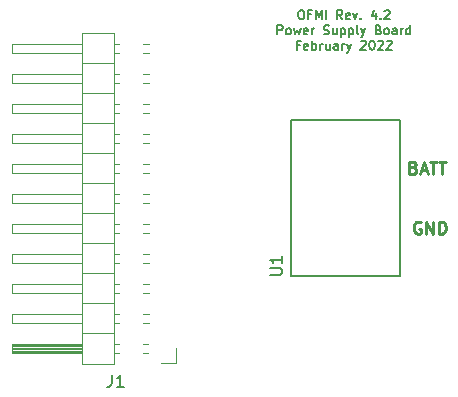
<source format=gbr>
G04 #@! TF.GenerationSoftware,KiCad,Pcbnew,(5.1.12)-1*
G04 #@! TF.CreationDate,2022-02-08T13:08:19-06:00*
G04 #@! TF.ProjectId,power_supply_board,706f7765-725f-4737-9570-706c795f626f,4.2*
G04 #@! TF.SameCoordinates,Original*
G04 #@! TF.FileFunction,Legend,Top*
G04 #@! TF.FilePolarity,Positive*
%FSLAX46Y46*%
G04 Gerber Fmt 4.6, Leading zero omitted, Abs format (unit mm)*
G04 Created by KiCad (PCBNEW (5.1.12)-1) date 2022-02-08 13:08:19*
%MOMM*%
%LPD*%
G01*
G04 APERTURE LIST*
%ADD10C,0.254000*%
%ADD11C,0.149860*%
%ADD12C,0.120000*%
%ADD13C,0.150000*%
G04 APERTURE END LIST*
D10*
X152431447Y-112957428D02*
X152576590Y-113005809D01*
X152624971Y-113054190D01*
X152673352Y-113150952D01*
X152673352Y-113296095D01*
X152624971Y-113392857D01*
X152576590Y-113441238D01*
X152479828Y-113489619D01*
X152092780Y-113489619D01*
X152092780Y-112473619D01*
X152431447Y-112473619D01*
X152528209Y-112522000D01*
X152576590Y-112570380D01*
X152624971Y-112667142D01*
X152624971Y-112763904D01*
X152576590Y-112860666D01*
X152528209Y-112909047D01*
X152431447Y-112957428D01*
X152092780Y-112957428D01*
X153060400Y-113199333D02*
X153544209Y-113199333D01*
X152963638Y-113489619D02*
X153302304Y-112473619D01*
X153640971Y-113489619D01*
X153834495Y-112473619D02*
X154415066Y-112473619D01*
X154124780Y-113489619D02*
X154124780Y-112473619D01*
X154608590Y-112473619D02*
X155189161Y-112473619D01*
X154898876Y-113489619D02*
X154898876Y-112473619D01*
X153048304Y-117602000D02*
X152951542Y-117553619D01*
X152806400Y-117553619D01*
X152661257Y-117602000D01*
X152564495Y-117698761D01*
X152516114Y-117795523D01*
X152467733Y-117989047D01*
X152467733Y-118134190D01*
X152516114Y-118327714D01*
X152564495Y-118424476D01*
X152661257Y-118521238D01*
X152806400Y-118569619D01*
X152903161Y-118569619D01*
X153048304Y-118521238D01*
X153096685Y-118472857D01*
X153096685Y-118134190D01*
X152903161Y-118134190D01*
X153532114Y-118569619D02*
X153532114Y-117553619D01*
X154112685Y-118569619D01*
X154112685Y-117553619D01*
X154596495Y-118569619D02*
X154596495Y-117553619D01*
X154838400Y-117553619D01*
X154983542Y-117602000D01*
X155080304Y-117698761D01*
X155128685Y-117795523D01*
X155177066Y-117989047D01*
X155177066Y-118134190D01*
X155128685Y-118327714D01*
X155080304Y-118424476D01*
X154983542Y-118521238D01*
X154838400Y-118569619D01*
X154596495Y-118569619D01*
D11*
X142875000Y-99635854D02*
X143020142Y-99635854D01*
X143092714Y-99672140D01*
X143165285Y-99744711D01*
X143201571Y-99889854D01*
X143201571Y-100143854D01*
X143165285Y-100288997D01*
X143092714Y-100361568D01*
X143020142Y-100397854D01*
X142875000Y-100397854D01*
X142802428Y-100361568D01*
X142729857Y-100288997D01*
X142693571Y-100143854D01*
X142693571Y-99889854D01*
X142729857Y-99744711D01*
X142802428Y-99672140D01*
X142875000Y-99635854D01*
X143782142Y-99998711D02*
X143528142Y-99998711D01*
X143528142Y-100397854D02*
X143528142Y-99635854D01*
X143891000Y-99635854D01*
X144181285Y-100397854D02*
X144181285Y-99635854D01*
X144435285Y-100180140D01*
X144689285Y-99635854D01*
X144689285Y-100397854D01*
X145052142Y-100397854D02*
X145052142Y-99635854D01*
X146431000Y-100397854D02*
X146177000Y-100034997D01*
X145995571Y-100397854D02*
X145995571Y-99635854D01*
X146285857Y-99635854D01*
X146358428Y-99672140D01*
X146394714Y-99708425D01*
X146431000Y-99780997D01*
X146431000Y-99889854D01*
X146394714Y-99962425D01*
X146358428Y-99998711D01*
X146285857Y-100034997D01*
X145995571Y-100034997D01*
X147047857Y-100361568D02*
X146975285Y-100397854D01*
X146830142Y-100397854D01*
X146757571Y-100361568D01*
X146721285Y-100288997D01*
X146721285Y-99998711D01*
X146757571Y-99926140D01*
X146830142Y-99889854D01*
X146975285Y-99889854D01*
X147047857Y-99926140D01*
X147084142Y-99998711D01*
X147084142Y-100071282D01*
X146721285Y-100143854D01*
X147338142Y-99889854D02*
X147519571Y-100397854D01*
X147701000Y-99889854D01*
X147991285Y-100325282D02*
X148027571Y-100361568D01*
X147991285Y-100397854D01*
X147955000Y-100361568D01*
X147991285Y-100325282D01*
X147991285Y-100397854D01*
X149261285Y-99889854D02*
X149261285Y-100397854D01*
X149079857Y-99599568D02*
X148898428Y-100143854D01*
X149370142Y-100143854D01*
X149660428Y-100325282D02*
X149696714Y-100361568D01*
X149660428Y-100397854D01*
X149624142Y-100361568D01*
X149660428Y-100325282D01*
X149660428Y-100397854D01*
X149987000Y-99708425D02*
X150023285Y-99672140D01*
X150095857Y-99635854D01*
X150277285Y-99635854D01*
X150349857Y-99672140D01*
X150386142Y-99708425D01*
X150422428Y-99780997D01*
X150422428Y-99853568D01*
X150386142Y-99962425D01*
X149950714Y-100397854D01*
X150422428Y-100397854D01*
X140933714Y-101690714D02*
X140933714Y-100928714D01*
X141224000Y-100928714D01*
X141296571Y-100965000D01*
X141332857Y-101001285D01*
X141369142Y-101073857D01*
X141369142Y-101182714D01*
X141332857Y-101255285D01*
X141296571Y-101291571D01*
X141224000Y-101327857D01*
X140933714Y-101327857D01*
X141804571Y-101690714D02*
X141732000Y-101654428D01*
X141695714Y-101618142D01*
X141659428Y-101545571D01*
X141659428Y-101327857D01*
X141695714Y-101255285D01*
X141732000Y-101219000D01*
X141804571Y-101182714D01*
X141913428Y-101182714D01*
X141986000Y-101219000D01*
X142022285Y-101255285D01*
X142058571Y-101327857D01*
X142058571Y-101545571D01*
X142022285Y-101618142D01*
X141986000Y-101654428D01*
X141913428Y-101690714D01*
X141804571Y-101690714D01*
X142312571Y-101182714D02*
X142457714Y-101690714D01*
X142602857Y-101327857D01*
X142748000Y-101690714D01*
X142893142Y-101182714D01*
X143473714Y-101654428D02*
X143401142Y-101690714D01*
X143256000Y-101690714D01*
X143183428Y-101654428D01*
X143147142Y-101581857D01*
X143147142Y-101291571D01*
X143183428Y-101219000D01*
X143256000Y-101182714D01*
X143401142Y-101182714D01*
X143473714Y-101219000D01*
X143510000Y-101291571D01*
X143510000Y-101364142D01*
X143147142Y-101436714D01*
X143836571Y-101690714D02*
X143836571Y-101182714D01*
X143836571Y-101327857D02*
X143872857Y-101255285D01*
X143909142Y-101219000D01*
X143981714Y-101182714D01*
X144054285Y-101182714D01*
X144852571Y-101654428D02*
X144961428Y-101690714D01*
X145142857Y-101690714D01*
X145215428Y-101654428D01*
X145251714Y-101618142D01*
X145288000Y-101545571D01*
X145288000Y-101473000D01*
X145251714Y-101400428D01*
X145215428Y-101364142D01*
X145142857Y-101327857D01*
X144997714Y-101291571D01*
X144925142Y-101255285D01*
X144888857Y-101219000D01*
X144852571Y-101146428D01*
X144852571Y-101073857D01*
X144888857Y-101001285D01*
X144925142Y-100965000D01*
X144997714Y-100928714D01*
X145179142Y-100928714D01*
X145288000Y-100965000D01*
X145941142Y-101182714D02*
X145941142Y-101690714D01*
X145614571Y-101182714D02*
X145614571Y-101581857D01*
X145650857Y-101654428D01*
X145723428Y-101690714D01*
X145832285Y-101690714D01*
X145904857Y-101654428D01*
X145941142Y-101618142D01*
X146304000Y-101182714D02*
X146304000Y-101944714D01*
X146304000Y-101219000D02*
X146376571Y-101182714D01*
X146521714Y-101182714D01*
X146594285Y-101219000D01*
X146630571Y-101255285D01*
X146666857Y-101327857D01*
X146666857Y-101545571D01*
X146630571Y-101618142D01*
X146594285Y-101654428D01*
X146521714Y-101690714D01*
X146376571Y-101690714D01*
X146304000Y-101654428D01*
X146993428Y-101182714D02*
X146993428Y-101944714D01*
X146993428Y-101219000D02*
X147066000Y-101182714D01*
X147211142Y-101182714D01*
X147283714Y-101219000D01*
X147320000Y-101255285D01*
X147356285Y-101327857D01*
X147356285Y-101545571D01*
X147320000Y-101618142D01*
X147283714Y-101654428D01*
X147211142Y-101690714D01*
X147066000Y-101690714D01*
X146993428Y-101654428D01*
X147791714Y-101690714D02*
X147719142Y-101654428D01*
X147682857Y-101581857D01*
X147682857Y-100928714D01*
X148009428Y-101182714D02*
X148190857Y-101690714D01*
X148372285Y-101182714D02*
X148190857Y-101690714D01*
X148118285Y-101872142D01*
X148082000Y-101908428D01*
X148009428Y-101944714D01*
X149497142Y-101291571D02*
X149606000Y-101327857D01*
X149642285Y-101364142D01*
X149678571Y-101436714D01*
X149678571Y-101545571D01*
X149642285Y-101618142D01*
X149606000Y-101654428D01*
X149533428Y-101690714D01*
X149243142Y-101690714D01*
X149243142Y-100928714D01*
X149497142Y-100928714D01*
X149569714Y-100965000D01*
X149606000Y-101001285D01*
X149642285Y-101073857D01*
X149642285Y-101146428D01*
X149606000Y-101219000D01*
X149569714Y-101255285D01*
X149497142Y-101291571D01*
X149243142Y-101291571D01*
X150114000Y-101690714D02*
X150041428Y-101654428D01*
X150005142Y-101618142D01*
X149968857Y-101545571D01*
X149968857Y-101327857D01*
X150005142Y-101255285D01*
X150041428Y-101219000D01*
X150114000Y-101182714D01*
X150222857Y-101182714D01*
X150295428Y-101219000D01*
X150331714Y-101255285D01*
X150368000Y-101327857D01*
X150368000Y-101545571D01*
X150331714Y-101618142D01*
X150295428Y-101654428D01*
X150222857Y-101690714D01*
X150114000Y-101690714D01*
X151021142Y-101690714D02*
X151021142Y-101291571D01*
X150984857Y-101219000D01*
X150912285Y-101182714D01*
X150767142Y-101182714D01*
X150694571Y-101219000D01*
X151021142Y-101654428D02*
X150948571Y-101690714D01*
X150767142Y-101690714D01*
X150694571Y-101654428D01*
X150658285Y-101581857D01*
X150658285Y-101509285D01*
X150694571Y-101436714D01*
X150767142Y-101400428D01*
X150948571Y-101400428D01*
X151021142Y-101364142D01*
X151383999Y-101690714D02*
X151383999Y-101182714D01*
X151383999Y-101327857D02*
X151420285Y-101255285D01*
X151456571Y-101219000D01*
X151529142Y-101182714D01*
X151601714Y-101182714D01*
X152182285Y-101690714D02*
X152182285Y-100928714D01*
X152182285Y-101654428D02*
X152109714Y-101690714D01*
X151964571Y-101690714D01*
X151891999Y-101654428D01*
X151855714Y-101618142D01*
X151819428Y-101545571D01*
X151819428Y-101327857D01*
X151855714Y-101255285D01*
X151891999Y-101219000D01*
X151964571Y-101182714D01*
X152109714Y-101182714D01*
X152182285Y-101219000D01*
X142802428Y-102584431D02*
X142548428Y-102584431D01*
X142548428Y-102983574D02*
X142548428Y-102221574D01*
X142911285Y-102221574D01*
X143491857Y-102947288D02*
X143419285Y-102983574D01*
X143274142Y-102983574D01*
X143201571Y-102947288D01*
X143165285Y-102874717D01*
X143165285Y-102584431D01*
X143201571Y-102511860D01*
X143274142Y-102475574D01*
X143419285Y-102475574D01*
X143491857Y-102511860D01*
X143528142Y-102584431D01*
X143528142Y-102657002D01*
X143165285Y-102729574D01*
X143854714Y-102983574D02*
X143854714Y-102221574D01*
X143854714Y-102511860D02*
X143927285Y-102475574D01*
X144072428Y-102475574D01*
X144145000Y-102511860D01*
X144181285Y-102548145D01*
X144217571Y-102620717D01*
X144217571Y-102838431D01*
X144181285Y-102911002D01*
X144145000Y-102947288D01*
X144072428Y-102983574D01*
X143927285Y-102983574D01*
X143854714Y-102947288D01*
X144544142Y-102983574D02*
X144544142Y-102475574D01*
X144544142Y-102620717D02*
X144580428Y-102548145D01*
X144616714Y-102511860D01*
X144689285Y-102475574D01*
X144761857Y-102475574D01*
X145342428Y-102475574D02*
X145342428Y-102983574D01*
X145015857Y-102475574D02*
X145015857Y-102874717D01*
X145052142Y-102947288D01*
X145124714Y-102983574D01*
X145233571Y-102983574D01*
X145306142Y-102947288D01*
X145342428Y-102911002D01*
X146031857Y-102983574D02*
X146031857Y-102584431D01*
X145995571Y-102511860D01*
X145923000Y-102475574D01*
X145777857Y-102475574D01*
X145705285Y-102511860D01*
X146031857Y-102947288D02*
X145959285Y-102983574D01*
X145777857Y-102983574D01*
X145705285Y-102947288D01*
X145669000Y-102874717D01*
X145669000Y-102802145D01*
X145705285Y-102729574D01*
X145777857Y-102693288D01*
X145959285Y-102693288D01*
X146031857Y-102657002D01*
X146394714Y-102983574D02*
X146394714Y-102475574D01*
X146394714Y-102620717D02*
X146431000Y-102548145D01*
X146467285Y-102511860D01*
X146539857Y-102475574D01*
X146612428Y-102475574D01*
X146793857Y-102475574D02*
X146975285Y-102983574D01*
X147156714Y-102475574D02*
X146975285Y-102983574D01*
X146902714Y-103165002D01*
X146866428Y-103201288D01*
X146793857Y-103237574D01*
X147991285Y-102294145D02*
X148027571Y-102257860D01*
X148100142Y-102221574D01*
X148281571Y-102221574D01*
X148354142Y-102257860D01*
X148390428Y-102294145D01*
X148426714Y-102366717D01*
X148426714Y-102439288D01*
X148390428Y-102548145D01*
X147955000Y-102983574D01*
X148426714Y-102983574D01*
X148898428Y-102221574D02*
X148971000Y-102221574D01*
X149043571Y-102257860D01*
X149079857Y-102294145D01*
X149116142Y-102366717D01*
X149152428Y-102511860D01*
X149152428Y-102693288D01*
X149116142Y-102838431D01*
X149079857Y-102911002D01*
X149043571Y-102947288D01*
X148971000Y-102983574D01*
X148898428Y-102983574D01*
X148825857Y-102947288D01*
X148789571Y-102911002D01*
X148753285Y-102838431D01*
X148717000Y-102693288D01*
X148717000Y-102511860D01*
X148753285Y-102366717D01*
X148789571Y-102294145D01*
X148825857Y-102257860D01*
X148898428Y-102221574D01*
X149442714Y-102294145D02*
X149479000Y-102257860D01*
X149551571Y-102221574D01*
X149733000Y-102221574D01*
X149805571Y-102257860D01*
X149841857Y-102294145D01*
X149878142Y-102366717D01*
X149878142Y-102439288D01*
X149841857Y-102548145D01*
X149406428Y-102983574D01*
X149878142Y-102983574D01*
X150168428Y-102294145D02*
X150204714Y-102257860D01*
X150277285Y-102221574D01*
X150458714Y-102221574D01*
X150531285Y-102257860D01*
X150567571Y-102294145D01*
X150603857Y-102366717D01*
X150603857Y-102439288D01*
X150567571Y-102548145D01*
X150132142Y-102983574D01*
X150603857Y-102983574D01*
D12*
X127084000Y-129600000D02*
X127084000Y-101540000D01*
X127084000Y-101540000D02*
X124424000Y-101540000D01*
X124424000Y-101540000D02*
X124424000Y-129600000D01*
X124424000Y-129600000D02*
X127084000Y-129600000D01*
X124424000Y-128650000D02*
X118424000Y-128650000D01*
X118424000Y-128650000D02*
X118424000Y-127890000D01*
X118424000Y-127890000D02*
X124424000Y-127890000D01*
X124424000Y-128590000D02*
X118424000Y-128590000D01*
X124424000Y-128470000D02*
X118424000Y-128470000D01*
X124424000Y-128350000D02*
X118424000Y-128350000D01*
X124424000Y-128230000D02*
X118424000Y-128230000D01*
X124424000Y-128110000D02*
X118424000Y-128110000D01*
X124424000Y-127990000D02*
X118424000Y-127990000D01*
X127481071Y-128650000D02*
X127084000Y-128650000D01*
X127481071Y-127890000D02*
X127084000Y-127890000D01*
X129954000Y-128650000D02*
X129566929Y-128650000D01*
X129954000Y-127890000D02*
X129566929Y-127890000D01*
X127084000Y-127000000D02*
X124424000Y-127000000D01*
X124424000Y-126110000D02*
X118424000Y-126110000D01*
X118424000Y-126110000D02*
X118424000Y-125350000D01*
X118424000Y-125350000D02*
X124424000Y-125350000D01*
X127481071Y-126110000D02*
X127084000Y-126110000D01*
X127481071Y-125350000D02*
X127084000Y-125350000D01*
X130021071Y-126110000D02*
X129566929Y-126110000D01*
X130021071Y-125350000D02*
X129566929Y-125350000D01*
X127084000Y-124460000D02*
X124424000Y-124460000D01*
X124424000Y-123570000D02*
X118424000Y-123570000D01*
X118424000Y-123570000D02*
X118424000Y-122810000D01*
X118424000Y-122810000D02*
X124424000Y-122810000D01*
X127481071Y-123570000D02*
X127084000Y-123570000D01*
X127481071Y-122810000D02*
X127084000Y-122810000D01*
X130021071Y-123570000D02*
X129566929Y-123570000D01*
X130021071Y-122810000D02*
X129566929Y-122810000D01*
X127084000Y-121920000D02*
X124424000Y-121920000D01*
X124424000Y-121030000D02*
X118424000Y-121030000D01*
X118424000Y-121030000D02*
X118424000Y-120270000D01*
X118424000Y-120270000D02*
X124424000Y-120270000D01*
X127481071Y-121030000D02*
X127084000Y-121030000D01*
X127481071Y-120270000D02*
X127084000Y-120270000D01*
X130021071Y-121030000D02*
X129566929Y-121030000D01*
X130021071Y-120270000D02*
X129566929Y-120270000D01*
X127084000Y-119380000D02*
X124424000Y-119380000D01*
X124424000Y-118490000D02*
X118424000Y-118490000D01*
X118424000Y-118490000D02*
X118424000Y-117730000D01*
X118424000Y-117730000D02*
X124424000Y-117730000D01*
X127481071Y-118490000D02*
X127084000Y-118490000D01*
X127481071Y-117730000D02*
X127084000Y-117730000D01*
X130021071Y-118490000D02*
X129566929Y-118490000D01*
X130021071Y-117730000D02*
X129566929Y-117730000D01*
X127084000Y-116840000D02*
X124424000Y-116840000D01*
X124424000Y-115950000D02*
X118424000Y-115950000D01*
X118424000Y-115950000D02*
X118424000Y-115190000D01*
X118424000Y-115190000D02*
X124424000Y-115190000D01*
X127481071Y-115950000D02*
X127084000Y-115950000D01*
X127481071Y-115190000D02*
X127084000Y-115190000D01*
X130021071Y-115950000D02*
X129566929Y-115950000D01*
X130021071Y-115190000D02*
X129566929Y-115190000D01*
X127084000Y-114300000D02*
X124424000Y-114300000D01*
X124424000Y-113410000D02*
X118424000Y-113410000D01*
X118424000Y-113410000D02*
X118424000Y-112650000D01*
X118424000Y-112650000D02*
X124424000Y-112650000D01*
X127481071Y-113410000D02*
X127084000Y-113410000D01*
X127481071Y-112650000D02*
X127084000Y-112650000D01*
X130021071Y-113410000D02*
X129566929Y-113410000D01*
X130021071Y-112650000D02*
X129566929Y-112650000D01*
X127084000Y-111760000D02*
X124424000Y-111760000D01*
X124424000Y-110870000D02*
X118424000Y-110870000D01*
X118424000Y-110870000D02*
X118424000Y-110110000D01*
X118424000Y-110110000D02*
X124424000Y-110110000D01*
X127481071Y-110870000D02*
X127084000Y-110870000D01*
X127481071Y-110110000D02*
X127084000Y-110110000D01*
X130021071Y-110870000D02*
X129566929Y-110870000D01*
X130021071Y-110110000D02*
X129566929Y-110110000D01*
X127084000Y-109220000D02*
X124424000Y-109220000D01*
X124424000Y-108330000D02*
X118424000Y-108330000D01*
X118424000Y-108330000D02*
X118424000Y-107570000D01*
X118424000Y-107570000D02*
X124424000Y-107570000D01*
X127481071Y-108330000D02*
X127084000Y-108330000D01*
X127481071Y-107570000D02*
X127084000Y-107570000D01*
X130021071Y-108330000D02*
X129566929Y-108330000D01*
X130021071Y-107570000D02*
X129566929Y-107570000D01*
X127084000Y-106680000D02*
X124424000Y-106680000D01*
X124424000Y-105790000D02*
X118424000Y-105790000D01*
X118424000Y-105790000D02*
X118424000Y-105030000D01*
X118424000Y-105030000D02*
X124424000Y-105030000D01*
X127481071Y-105790000D02*
X127084000Y-105790000D01*
X127481071Y-105030000D02*
X127084000Y-105030000D01*
X130021071Y-105790000D02*
X129566929Y-105790000D01*
X130021071Y-105030000D02*
X129566929Y-105030000D01*
X127084000Y-104140000D02*
X124424000Y-104140000D01*
X124424000Y-103250000D02*
X118424000Y-103250000D01*
X118424000Y-103250000D02*
X118424000Y-102490000D01*
X118424000Y-102490000D02*
X124424000Y-102490000D01*
X127481071Y-103250000D02*
X127084000Y-103250000D01*
X127481071Y-102490000D02*
X127084000Y-102490000D01*
X130021071Y-103250000D02*
X129566929Y-103250000D01*
X130021071Y-102490000D02*
X129566929Y-102490000D01*
X132334000Y-128270000D02*
X132334000Y-129540000D01*
X132334000Y-129540000D02*
X131064000Y-129540000D01*
D13*
X142085000Y-108970000D02*
X151285000Y-108970000D01*
X142085000Y-122170000D02*
X142085000Y-108970000D01*
X151285000Y-122170000D02*
X142085000Y-122170000D01*
X151285000Y-108970000D02*
X151285000Y-122170000D01*
X126920666Y-130516380D02*
X126920666Y-131230666D01*
X126873047Y-131373523D01*
X126777809Y-131468761D01*
X126634952Y-131516380D01*
X126539714Y-131516380D01*
X127920666Y-131516380D02*
X127349238Y-131516380D01*
X127634952Y-131516380D02*
X127634952Y-130516380D01*
X127539714Y-130659238D01*
X127444476Y-130754476D01*
X127349238Y-130802095D01*
X140295380Y-122046904D02*
X141104904Y-122046904D01*
X141200142Y-121999285D01*
X141247761Y-121951666D01*
X141295380Y-121856428D01*
X141295380Y-121665952D01*
X141247761Y-121570714D01*
X141200142Y-121523095D01*
X141104904Y-121475476D01*
X140295380Y-121475476D01*
X141295380Y-120475476D02*
X141295380Y-121046904D01*
X141295380Y-120761190D02*
X140295380Y-120761190D01*
X140438238Y-120856428D01*
X140533476Y-120951666D01*
X140581095Y-121046904D01*
M02*

</source>
